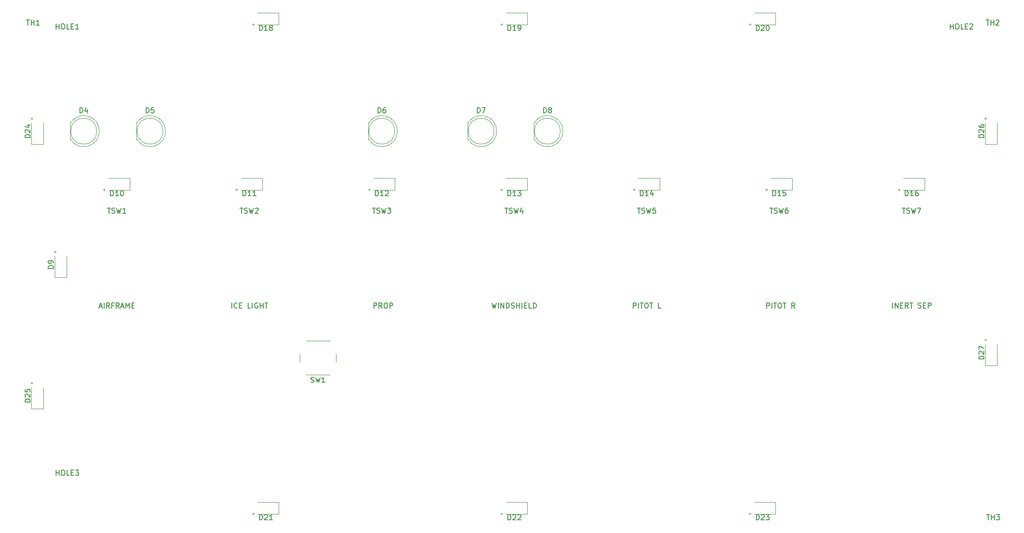
<source format=gto>
G04 #@! TF.GenerationSoftware,KiCad,Pcbnew,(5.1.10)-1*
G04 #@! TF.CreationDate,2021-08-23T07:30:19-07:00*
G04 #@! TF.ProjectId,TBM930 - De-ice panel,54424d39-3330-4202-9d20-44652d696365,rev?*
G04 #@! TF.SameCoordinates,Original*
G04 #@! TF.FileFunction,Legend,Top*
G04 #@! TF.FilePolarity,Positive*
%FSLAX46Y46*%
G04 Gerber Fmt 4.6, Leading zero omitted, Abs format (unit mm)*
G04 Created by KiCad (PCBNEW (5.1.10)-1) date 2021-08-23 07:30:19*
%MOMM*%
%LPD*%
G01*
G04 APERTURE LIST*
%ADD10C,0.150000*%
%ADD11C,0.120000*%
%ADD12C,1.820000*%
%ADD13R,3.500000X3.500000*%
%ADD14C,2.000000*%
%ADD15R,1.700000X1.700000*%
%ADD16O,1.700000X1.700000*%
%ADD17C,3.200000*%
%ADD18C,6.000000*%
%ADD19C,2.400000*%
%ADD20R,1.800000X1.800000*%
%ADD21C,1.800000*%
%ADD22O,1.740000X2.190000*%
%ADD23R,1.600000X1.600000*%
%ADD24O,1.600000X1.600000*%
%ADD25O,1.900000X2.900000*%
%ADD26O,2.900000X1.900000*%
%ADD27C,1.300000*%
%ADD28R,1.300000X1.300000*%
%ADD29R,2.400000X2.400000*%
G04 APERTURE END LIST*
D10*
X207153333Y-101925380D02*
X207153333Y-100925380D01*
X207629523Y-101925380D02*
X207629523Y-100925380D01*
X208200952Y-101925380D01*
X208200952Y-100925380D01*
X208677142Y-101401571D02*
X209010476Y-101401571D01*
X209153333Y-101925380D02*
X208677142Y-101925380D01*
X208677142Y-100925380D01*
X209153333Y-100925380D01*
X210153333Y-101925380D02*
X209820000Y-101449190D01*
X209581904Y-101925380D02*
X209581904Y-100925380D01*
X209962857Y-100925380D01*
X210058095Y-100973000D01*
X210105714Y-101020619D01*
X210153333Y-101115857D01*
X210153333Y-101258714D01*
X210105714Y-101353952D01*
X210058095Y-101401571D01*
X209962857Y-101449190D01*
X209581904Y-101449190D01*
X210439047Y-100925380D02*
X211010476Y-100925380D01*
X210724761Y-101925380D02*
X210724761Y-100925380D01*
X212058095Y-101877761D02*
X212200952Y-101925380D01*
X212439047Y-101925380D01*
X212534285Y-101877761D01*
X212581904Y-101830142D01*
X212629523Y-101734904D01*
X212629523Y-101639666D01*
X212581904Y-101544428D01*
X212534285Y-101496809D01*
X212439047Y-101449190D01*
X212248571Y-101401571D01*
X212153333Y-101353952D01*
X212105714Y-101306333D01*
X212058095Y-101211095D01*
X212058095Y-101115857D01*
X212105714Y-101020619D01*
X212153333Y-100973000D01*
X212248571Y-100925380D01*
X212486666Y-100925380D01*
X212629523Y-100973000D01*
X213058095Y-101401571D02*
X213391428Y-101401571D01*
X213534285Y-101925380D02*
X213058095Y-101925380D01*
X213058095Y-100925380D01*
X213534285Y-100925380D01*
X213962857Y-101925380D02*
X213962857Y-100925380D01*
X214343809Y-100925380D01*
X214439047Y-100973000D01*
X214486666Y-101020619D01*
X214534285Y-101115857D01*
X214534285Y-101258714D01*
X214486666Y-101353952D01*
X214439047Y-101401571D01*
X214343809Y-101449190D01*
X213962857Y-101449190D01*
X183007333Y-101925380D02*
X183007333Y-100925380D01*
X183388285Y-100925380D01*
X183483523Y-100973000D01*
X183531142Y-101020619D01*
X183578761Y-101115857D01*
X183578761Y-101258714D01*
X183531142Y-101353952D01*
X183483523Y-101401571D01*
X183388285Y-101449190D01*
X183007333Y-101449190D01*
X184007333Y-101925380D02*
X184007333Y-100925380D01*
X184340666Y-100925380D02*
X184912095Y-100925380D01*
X184626380Y-101925380D02*
X184626380Y-100925380D01*
X185435904Y-100925380D02*
X185626380Y-100925380D01*
X185721619Y-100973000D01*
X185816857Y-101068238D01*
X185864476Y-101258714D01*
X185864476Y-101592047D01*
X185816857Y-101782523D01*
X185721619Y-101877761D01*
X185626380Y-101925380D01*
X185435904Y-101925380D01*
X185340666Y-101877761D01*
X185245428Y-101782523D01*
X185197809Y-101592047D01*
X185197809Y-101258714D01*
X185245428Y-101068238D01*
X185340666Y-100973000D01*
X185435904Y-100925380D01*
X186150190Y-100925380D02*
X186721619Y-100925380D01*
X186435904Y-101925380D02*
X186435904Y-100925380D01*
X188388285Y-101925380D02*
X188054952Y-101449190D01*
X187816857Y-101925380D02*
X187816857Y-100925380D01*
X188197809Y-100925380D01*
X188293047Y-100973000D01*
X188340666Y-101020619D01*
X188388285Y-101115857D01*
X188388285Y-101258714D01*
X188340666Y-101353952D01*
X188293047Y-101401571D01*
X188197809Y-101449190D01*
X187816857Y-101449190D01*
X157448571Y-101925380D02*
X157448571Y-100925380D01*
X157829523Y-100925380D01*
X157924761Y-100973000D01*
X157972380Y-101020619D01*
X158020000Y-101115857D01*
X158020000Y-101258714D01*
X157972380Y-101353952D01*
X157924761Y-101401571D01*
X157829523Y-101449190D01*
X157448571Y-101449190D01*
X158448571Y-101925380D02*
X158448571Y-100925380D01*
X158781904Y-100925380D02*
X159353333Y-100925380D01*
X159067619Y-101925380D02*
X159067619Y-100925380D01*
X159877142Y-100925380D02*
X160067619Y-100925380D01*
X160162857Y-100973000D01*
X160258095Y-101068238D01*
X160305714Y-101258714D01*
X160305714Y-101592047D01*
X160258095Y-101782523D01*
X160162857Y-101877761D01*
X160067619Y-101925380D01*
X159877142Y-101925380D01*
X159781904Y-101877761D01*
X159686666Y-101782523D01*
X159639047Y-101592047D01*
X159639047Y-101258714D01*
X159686666Y-101068238D01*
X159781904Y-100973000D01*
X159877142Y-100925380D01*
X160591428Y-100925380D02*
X161162857Y-100925380D01*
X160877142Y-101925380D02*
X160877142Y-100925380D01*
X162734285Y-101925380D02*
X162258095Y-101925380D01*
X162258095Y-100925380D01*
X130334285Y-100925380D02*
X130572380Y-101925380D01*
X130762857Y-101211095D01*
X130953333Y-101925380D01*
X131191428Y-100925380D01*
X131572380Y-101925380D02*
X131572380Y-100925380D01*
X132048571Y-101925380D02*
X132048571Y-100925380D01*
X132620000Y-101925380D01*
X132620000Y-100925380D01*
X133096190Y-101925380D02*
X133096190Y-100925380D01*
X133334285Y-100925380D01*
X133477142Y-100973000D01*
X133572380Y-101068238D01*
X133620000Y-101163476D01*
X133667619Y-101353952D01*
X133667619Y-101496809D01*
X133620000Y-101687285D01*
X133572380Y-101782523D01*
X133477142Y-101877761D01*
X133334285Y-101925380D01*
X133096190Y-101925380D01*
X134048571Y-101877761D02*
X134191428Y-101925380D01*
X134429523Y-101925380D01*
X134524761Y-101877761D01*
X134572380Y-101830142D01*
X134620000Y-101734904D01*
X134620000Y-101639666D01*
X134572380Y-101544428D01*
X134524761Y-101496809D01*
X134429523Y-101449190D01*
X134239047Y-101401571D01*
X134143809Y-101353952D01*
X134096190Y-101306333D01*
X134048571Y-101211095D01*
X134048571Y-101115857D01*
X134096190Y-101020619D01*
X134143809Y-100973000D01*
X134239047Y-100925380D01*
X134477142Y-100925380D01*
X134620000Y-100973000D01*
X135048571Y-101925380D02*
X135048571Y-100925380D01*
X135048571Y-101401571D02*
X135620000Y-101401571D01*
X135620000Y-101925380D02*
X135620000Y-100925380D01*
X136096190Y-101925380D02*
X136096190Y-100925380D01*
X136572380Y-101401571D02*
X136905714Y-101401571D01*
X137048571Y-101925380D02*
X136572380Y-101925380D01*
X136572380Y-100925380D01*
X137048571Y-100925380D01*
X137953333Y-101925380D02*
X137477142Y-101925380D01*
X137477142Y-100925380D01*
X138286666Y-101925380D02*
X138286666Y-100925380D01*
X138524761Y-100925380D01*
X138667619Y-100973000D01*
X138762857Y-101068238D01*
X138810476Y-101163476D01*
X138858095Y-101353952D01*
X138858095Y-101496809D01*
X138810476Y-101687285D01*
X138762857Y-101782523D01*
X138667619Y-101877761D01*
X138524761Y-101925380D01*
X138286666Y-101925380D01*
X107688285Y-101925380D02*
X107688285Y-100925380D01*
X108069238Y-100925380D01*
X108164476Y-100973000D01*
X108212095Y-101020619D01*
X108259714Y-101115857D01*
X108259714Y-101258714D01*
X108212095Y-101353952D01*
X108164476Y-101401571D01*
X108069238Y-101449190D01*
X107688285Y-101449190D01*
X109259714Y-101925380D02*
X108926380Y-101449190D01*
X108688285Y-101925380D02*
X108688285Y-100925380D01*
X109069238Y-100925380D01*
X109164476Y-100973000D01*
X109212095Y-101020619D01*
X109259714Y-101115857D01*
X109259714Y-101258714D01*
X109212095Y-101353952D01*
X109164476Y-101401571D01*
X109069238Y-101449190D01*
X108688285Y-101449190D01*
X109878761Y-100925380D02*
X110069238Y-100925380D01*
X110164476Y-100973000D01*
X110259714Y-101068238D01*
X110307333Y-101258714D01*
X110307333Y-101592047D01*
X110259714Y-101782523D01*
X110164476Y-101877761D01*
X110069238Y-101925380D01*
X109878761Y-101925380D01*
X109783523Y-101877761D01*
X109688285Y-101782523D01*
X109640666Y-101592047D01*
X109640666Y-101258714D01*
X109688285Y-101068238D01*
X109783523Y-100973000D01*
X109878761Y-100925380D01*
X110735904Y-101925380D02*
X110735904Y-100925380D01*
X111116857Y-100925380D01*
X111212095Y-100973000D01*
X111259714Y-101020619D01*
X111307333Y-101115857D01*
X111307333Y-101258714D01*
X111259714Y-101353952D01*
X111212095Y-101401571D01*
X111116857Y-101449190D01*
X110735904Y-101449190D01*
X80439047Y-101925380D02*
X80439047Y-100925380D01*
X81486666Y-101830142D02*
X81439047Y-101877761D01*
X81296190Y-101925380D01*
X81200952Y-101925380D01*
X81058095Y-101877761D01*
X80962857Y-101782523D01*
X80915238Y-101687285D01*
X80867619Y-101496809D01*
X80867619Y-101353952D01*
X80915238Y-101163476D01*
X80962857Y-101068238D01*
X81058095Y-100973000D01*
X81200952Y-100925380D01*
X81296190Y-100925380D01*
X81439047Y-100973000D01*
X81486666Y-101020619D01*
X81915238Y-101401571D02*
X82248571Y-101401571D01*
X82391428Y-101925380D02*
X81915238Y-101925380D01*
X81915238Y-100925380D01*
X82391428Y-100925380D01*
X84058095Y-101925380D02*
X83581904Y-101925380D01*
X83581904Y-100925380D01*
X84391428Y-101925380D02*
X84391428Y-100925380D01*
X85391428Y-100973000D02*
X85296190Y-100925380D01*
X85153333Y-100925380D01*
X85010476Y-100973000D01*
X84915238Y-101068238D01*
X84867619Y-101163476D01*
X84820000Y-101353952D01*
X84820000Y-101496809D01*
X84867619Y-101687285D01*
X84915238Y-101782523D01*
X85010476Y-101877761D01*
X85153333Y-101925380D01*
X85248571Y-101925380D01*
X85391428Y-101877761D01*
X85439047Y-101830142D01*
X85439047Y-101496809D01*
X85248571Y-101496809D01*
X85867619Y-101925380D02*
X85867619Y-100925380D01*
X85867619Y-101401571D02*
X86439047Y-101401571D01*
X86439047Y-101925380D02*
X86439047Y-100925380D01*
X86772380Y-100925380D02*
X87343809Y-100925380D01*
X87058095Y-101925380D02*
X87058095Y-100925380D01*
X55062857Y-101639666D02*
X55539047Y-101639666D01*
X54967619Y-101925380D02*
X55300952Y-100925380D01*
X55634285Y-101925380D01*
X55967619Y-101925380D02*
X55967619Y-100925380D01*
X57015238Y-101925380D02*
X56681904Y-101449190D01*
X56443809Y-101925380D02*
X56443809Y-100925380D01*
X56824761Y-100925380D01*
X56920000Y-100973000D01*
X56967619Y-101020619D01*
X57015238Y-101115857D01*
X57015238Y-101258714D01*
X56967619Y-101353952D01*
X56920000Y-101401571D01*
X56824761Y-101449190D01*
X56443809Y-101449190D01*
X57777142Y-101401571D02*
X57443809Y-101401571D01*
X57443809Y-101925380D02*
X57443809Y-100925380D01*
X57920000Y-100925380D01*
X58872380Y-101925380D02*
X58539047Y-101449190D01*
X58300952Y-101925380D02*
X58300952Y-100925380D01*
X58681904Y-100925380D01*
X58777142Y-100973000D01*
X58824761Y-101020619D01*
X58872380Y-101115857D01*
X58872380Y-101258714D01*
X58824761Y-101353952D01*
X58777142Y-101401571D01*
X58681904Y-101449190D01*
X58300952Y-101449190D01*
X59253333Y-101639666D02*
X59729523Y-101639666D01*
X59158095Y-101925380D02*
X59491428Y-100925380D01*
X59824761Y-101925380D01*
X60158095Y-101925380D02*
X60158095Y-100925380D01*
X60491428Y-101639666D01*
X60824761Y-100925380D01*
X60824761Y-101925380D01*
X61300952Y-101401571D02*
X61634285Y-101401571D01*
X61777142Y-101925380D02*
X61300952Y-101925380D01*
X61300952Y-100925380D01*
X61777142Y-100925380D01*
D11*
X99220000Y-108245000D02*
X94720000Y-108245000D01*
X100470000Y-112245000D02*
X100470000Y-110745000D01*
X94720000Y-114745000D02*
X99220000Y-114745000D01*
X93470000Y-110745000D02*
X93470000Y-112245000D01*
X49510000Y-66400000D02*
X49510000Y-69490000D01*
X54570000Y-67945000D02*
G75*
G03*
X54570000Y-67945000I-2500000J0D01*
G01*
X55060000Y-67945462D02*
G75*
G03*
X49510000Y-66400170I-2990000J462D01*
G01*
X55060000Y-67944538D02*
G75*
G02*
X49510000Y-69489830I-2990000J-462D01*
G01*
X67270000Y-67945000D02*
G75*
G03*
X67270000Y-67945000I-2500000J0D01*
G01*
X62210000Y-66400000D02*
X62210000Y-69490000D01*
X67760000Y-67944538D02*
G75*
G02*
X62210000Y-69489830I-2990000J-462D01*
G01*
X67760000Y-67945462D02*
G75*
G03*
X62210000Y-66400170I-2990000J462D01*
G01*
X106660000Y-66400000D02*
X106660000Y-69490000D01*
X111720000Y-67945000D02*
G75*
G03*
X111720000Y-67945000I-2500000J0D01*
G01*
X112210000Y-67945462D02*
G75*
G03*
X106660000Y-66400170I-2990000J462D01*
G01*
X112210000Y-67944538D02*
G75*
G02*
X106660000Y-69489830I-2990000J-462D01*
G01*
X130770000Y-67945000D02*
G75*
G03*
X130770000Y-67945000I-2500000J0D01*
G01*
X125710000Y-66400000D02*
X125710000Y-69490000D01*
X131260000Y-67944538D02*
G75*
G02*
X125710000Y-69489830I-2990000J-462D01*
G01*
X131260000Y-67945462D02*
G75*
G03*
X125710000Y-66400170I-2990000J462D01*
G01*
X138410000Y-66400000D02*
X138410000Y-69490000D01*
X143470000Y-67945000D02*
G75*
G03*
X143470000Y-67945000I-2500000J0D01*
G01*
X143960000Y-67945462D02*
G75*
G03*
X138410000Y-66400170I-2990000J462D01*
G01*
X143960000Y-67944538D02*
G75*
G02*
X138410000Y-69489830I-2990000J-462D01*
G01*
X46490000Y-91962500D02*
X46490000Y-96022500D01*
X46490000Y-96022500D02*
X48760000Y-96022500D01*
X48760000Y-96022500D02*
X48760000Y-91962500D01*
X46525000Y-91312500D02*
X46525000Y-90912500D01*
X46325000Y-91112500D02*
X46725000Y-91112500D01*
X55970000Y-79405000D02*
X55970000Y-79005000D01*
X56170000Y-79205000D02*
X55770000Y-79205000D01*
X60880000Y-76970000D02*
X56820000Y-76970000D01*
X60880000Y-79240000D02*
X60880000Y-76970000D01*
X56820000Y-79240000D02*
X60880000Y-79240000D01*
X82220000Y-79240000D02*
X86280000Y-79240000D01*
X86280000Y-79240000D02*
X86280000Y-76970000D01*
X86280000Y-76970000D02*
X82220000Y-76970000D01*
X81570000Y-79205000D02*
X81170000Y-79205000D01*
X81370000Y-79405000D02*
X81370000Y-79005000D01*
X106770000Y-79405000D02*
X106770000Y-79005000D01*
X106970000Y-79205000D02*
X106570000Y-79205000D01*
X111680000Y-76970000D02*
X107620000Y-76970000D01*
X111680000Y-79240000D02*
X111680000Y-76970000D01*
X107620000Y-79240000D02*
X111680000Y-79240000D01*
X132170000Y-79405000D02*
X132170000Y-79005000D01*
X132370000Y-79205000D02*
X131970000Y-79205000D01*
X137080000Y-76970000D02*
X133020000Y-76970000D01*
X137080000Y-79240000D02*
X137080000Y-76970000D01*
X133020000Y-79240000D02*
X137080000Y-79240000D01*
X158420000Y-79240000D02*
X162480000Y-79240000D01*
X162480000Y-79240000D02*
X162480000Y-76970000D01*
X162480000Y-76970000D02*
X158420000Y-76970000D01*
X157770000Y-79205000D02*
X157370000Y-79205000D01*
X157570000Y-79405000D02*
X157570000Y-79005000D01*
X182970000Y-79405000D02*
X182970000Y-79005000D01*
X183170000Y-79205000D02*
X182770000Y-79205000D01*
X187880000Y-76970000D02*
X183820000Y-76970000D01*
X187880000Y-79240000D02*
X187880000Y-76970000D01*
X183820000Y-79240000D02*
X187880000Y-79240000D01*
X209220000Y-79240000D02*
X213280000Y-79240000D01*
X213280000Y-79240000D02*
X213280000Y-76970000D01*
X213280000Y-76970000D02*
X209220000Y-76970000D01*
X208570000Y-79205000D02*
X208170000Y-79205000D01*
X208370000Y-79405000D02*
X208370000Y-79005000D01*
X85395000Y-47490000D02*
X89455000Y-47490000D01*
X89455000Y-47490000D02*
X89455000Y-45220000D01*
X89455000Y-45220000D02*
X85395000Y-45220000D01*
X84745000Y-47455000D02*
X84345000Y-47455000D01*
X84545000Y-47655000D02*
X84545000Y-47255000D01*
X132170000Y-47655000D02*
X132170000Y-47255000D01*
X132370000Y-47455000D02*
X131970000Y-47455000D01*
X137080000Y-45220000D02*
X133020000Y-45220000D01*
X137080000Y-47490000D02*
X137080000Y-45220000D01*
X133020000Y-47490000D02*
X137080000Y-47490000D01*
X179795000Y-47655000D02*
X179795000Y-47255000D01*
X179995000Y-47455000D02*
X179595000Y-47455000D01*
X184705000Y-45220000D02*
X180645000Y-45220000D01*
X184705000Y-47490000D02*
X184705000Y-45220000D01*
X180645000Y-47490000D02*
X184705000Y-47490000D01*
X85395000Y-141470000D02*
X89455000Y-141470000D01*
X89455000Y-141470000D02*
X89455000Y-139200000D01*
X89455000Y-139200000D02*
X85395000Y-139200000D01*
X84745000Y-141435000D02*
X84345000Y-141435000D01*
X84545000Y-141635000D02*
X84545000Y-141235000D01*
X133020000Y-141470000D02*
X137080000Y-141470000D01*
X137080000Y-141470000D02*
X137080000Y-139200000D01*
X137080000Y-139200000D02*
X133020000Y-139200000D01*
X132370000Y-141435000D02*
X131970000Y-141435000D01*
X132170000Y-141635000D02*
X132170000Y-141235000D01*
X179795000Y-141635000D02*
X179795000Y-141235000D01*
X179995000Y-141435000D02*
X179595000Y-141435000D01*
X184705000Y-139200000D02*
X180645000Y-139200000D01*
X184705000Y-141470000D02*
X184705000Y-139200000D01*
X180645000Y-141470000D02*
X184705000Y-141470000D01*
X42045000Y-66345000D02*
X42045000Y-70405000D01*
X42045000Y-70405000D02*
X44315000Y-70405000D01*
X44315000Y-70405000D02*
X44315000Y-66345000D01*
X42080000Y-65695000D02*
X42080000Y-65295000D01*
X41880000Y-65495000D02*
X42280000Y-65495000D01*
X41880000Y-116295000D02*
X42280000Y-116295000D01*
X42080000Y-116495000D02*
X42080000Y-116095000D01*
X44315000Y-121205000D02*
X44315000Y-117145000D01*
X42045000Y-121205000D02*
X44315000Y-121205000D01*
X42045000Y-117145000D02*
X42045000Y-121205000D01*
X224925000Y-66345000D02*
X224925000Y-70405000D01*
X224925000Y-70405000D02*
X227195000Y-70405000D01*
X227195000Y-70405000D02*
X227195000Y-66345000D01*
X224960000Y-65695000D02*
X224960000Y-65295000D01*
X224760000Y-65495000D02*
X225160000Y-65495000D01*
X224760000Y-108040000D02*
X225160000Y-108040000D01*
X224960000Y-108240000D02*
X224960000Y-107840000D01*
X227195000Y-112950000D02*
X227195000Y-108890000D01*
X224925000Y-112950000D02*
X227195000Y-112950000D01*
X224925000Y-108890000D02*
X224925000Y-112950000D01*
D10*
X225184285Y-141597380D02*
X225755714Y-141597380D01*
X225470000Y-142597380D02*
X225470000Y-141597380D01*
X226089047Y-142597380D02*
X226089047Y-141597380D01*
X226089047Y-142073571D02*
X226660476Y-142073571D01*
X226660476Y-142597380D02*
X226660476Y-141597380D01*
X227041428Y-141597380D02*
X227660476Y-141597380D01*
X227327142Y-141978333D01*
X227470000Y-141978333D01*
X227565238Y-142025952D01*
X227612857Y-142073571D01*
X227660476Y-142168809D01*
X227660476Y-142406904D01*
X227612857Y-142502142D01*
X227565238Y-142549761D01*
X227470000Y-142597380D01*
X227184285Y-142597380D01*
X227089047Y-142549761D01*
X227041428Y-142502142D01*
X225084285Y-46597380D02*
X225655714Y-46597380D01*
X225370000Y-47597380D02*
X225370000Y-46597380D01*
X225989047Y-47597380D02*
X225989047Y-46597380D01*
X225989047Y-47073571D02*
X226560476Y-47073571D01*
X226560476Y-47597380D02*
X226560476Y-46597380D01*
X226989047Y-46692619D02*
X227036666Y-46645000D01*
X227131904Y-46597380D01*
X227370000Y-46597380D01*
X227465238Y-46645000D01*
X227512857Y-46692619D01*
X227560476Y-46787857D01*
X227560476Y-46883095D01*
X227512857Y-47025952D01*
X226941428Y-47597380D01*
X227560476Y-47597380D01*
X41084285Y-46597380D02*
X41655714Y-46597380D01*
X41370000Y-47597380D02*
X41370000Y-46597380D01*
X41989047Y-47597380D02*
X41989047Y-46597380D01*
X41989047Y-47073571D02*
X42560476Y-47073571D01*
X42560476Y-47597380D02*
X42560476Y-46597380D01*
X43560476Y-47597380D02*
X42989047Y-47597380D01*
X43274761Y-47597380D02*
X43274761Y-46597380D01*
X43179523Y-46740238D01*
X43084285Y-46835476D01*
X42989047Y-46883095D01*
X95636666Y-116149761D02*
X95779523Y-116197380D01*
X96017619Y-116197380D01*
X96112857Y-116149761D01*
X96160476Y-116102142D01*
X96208095Y-116006904D01*
X96208095Y-115911666D01*
X96160476Y-115816428D01*
X96112857Y-115768809D01*
X96017619Y-115721190D01*
X95827142Y-115673571D01*
X95731904Y-115625952D01*
X95684285Y-115578333D01*
X95636666Y-115483095D01*
X95636666Y-115387857D01*
X95684285Y-115292619D01*
X95731904Y-115245000D01*
X95827142Y-115197380D01*
X96065238Y-115197380D01*
X96208095Y-115245000D01*
X96541428Y-115197380D02*
X96779523Y-116197380D01*
X96970000Y-115483095D01*
X97160476Y-116197380D01*
X97398571Y-115197380D01*
X98303333Y-116197380D02*
X97731904Y-116197380D01*
X98017619Y-116197380D02*
X98017619Y-115197380D01*
X97922380Y-115340238D01*
X97827142Y-115435476D01*
X97731904Y-115483095D01*
X218202142Y-48322380D02*
X218202142Y-47322380D01*
X218202142Y-47798571D02*
X218773571Y-47798571D01*
X218773571Y-48322380D02*
X218773571Y-47322380D01*
X219440238Y-47322380D02*
X219630714Y-47322380D01*
X219725952Y-47370000D01*
X219821190Y-47465238D01*
X219868809Y-47655714D01*
X219868809Y-47989047D01*
X219821190Y-48179523D01*
X219725952Y-48274761D01*
X219630714Y-48322380D01*
X219440238Y-48322380D01*
X219345000Y-48274761D01*
X219249761Y-48179523D01*
X219202142Y-47989047D01*
X219202142Y-47655714D01*
X219249761Y-47465238D01*
X219345000Y-47370000D01*
X219440238Y-47322380D01*
X220773571Y-48322380D02*
X220297380Y-48322380D01*
X220297380Y-47322380D01*
X221106904Y-47798571D02*
X221440238Y-47798571D01*
X221583095Y-48322380D02*
X221106904Y-48322380D01*
X221106904Y-47322380D01*
X221583095Y-47322380D01*
X221964047Y-47417619D02*
X222011666Y-47370000D01*
X222106904Y-47322380D01*
X222345000Y-47322380D01*
X222440238Y-47370000D01*
X222487857Y-47417619D01*
X222535476Y-47512857D01*
X222535476Y-47608095D01*
X222487857Y-47750952D01*
X221916428Y-48322380D01*
X222535476Y-48322380D01*
X46752142Y-134047380D02*
X46752142Y-133047380D01*
X46752142Y-133523571D02*
X47323571Y-133523571D01*
X47323571Y-134047380D02*
X47323571Y-133047380D01*
X47990238Y-133047380D02*
X48180714Y-133047380D01*
X48275952Y-133095000D01*
X48371190Y-133190238D01*
X48418809Y-133380714D01*
X48418809Y-133714047D01*
X48371190Y-133904523D01*
X48275952Y-133999761D01*
X48180714Y-134047380D01*
X47990238Y-134047380D01*
X47895000Y-133999761D01*
X47799761Y-133904523D01*
X47752142Y-133714047D01*
X47752142Y-133380714D01*
X47799761Y-133190238D01*
X47895000Y-133095000D01*
X47990238Y-133047380D01*
X49323571Y-134047380D02*
X48847380Y-134047380D01*
X48847380Y-133047380D01*
X49656904Y-133523571D02*
X49990238Y-133523571D01*
X50133095Y-134047380D02*
X49656904Y-134047380D01*
X49656904Y-133047380D01*
X50133095Y-133047380D01*
X50466428Y-133047380D02*
X51085476Y-133047380D01*
X50752142Y-133428333D01*
X50895000Y-133428333D01*
X50990238Y-133475952D01*
X51037857Y-133523571D01*
X51085476Y-133618809D01*
X51085476Y-133856904D01*
X51037857Y-133952142D01*
X50990238Y-133999761D01*
X50895000Y-134047380D01*
X50609285Y-134047380D01*
X50514047Y-133999761D01*
X50466428Y-133952142D01*
X46752142Y-48322380D02*
X46752142Y-47322380D01*
X46752142Y-47798571D02*
X47323571Y-47798571D01*
X47323571Y-48322380D02*
X47323571Y-47322380D01*
X47990238Y-47322380D02*
X48180714Y-47322380D01*
X48275952Y-47370000D01*
X48371190Y-47465238D01*
X48418809Y-47655714D01*
X48418809Y-47989047D01*
X48371190Y-48179523D01*
X48275952Y-48274761D01*
X48180714Y-48322380D01*
X47990238Y-48322380D01*
X47895000Y-48274761D01*
X47799761Y-48179523D01*
X47752142Y-47989047D01*
X47752142Y-47655714D01*
X47799761Y-47465238D01*
X47895000Y-47370000D01*
X47990238Y-47322380D01*
X49323571Y-48322380D02*
X48847380Y-48322380D01*
X48847380Y-47322380D01*
X49656904Y-47798571D02*
X49990238Y-47798571D01*
X50133095Y-48322380D02*
X49656904Y-48322380D01*
X49656904Y-47322380D01*
X50133095Y-47322380D01*
X51085476Y-48322380D02*
X50514047Y-48322380D01*
X50799761Y-48322380D02*
X50799761Y-47322380D01*
X50704523Y-47465238D01*
X50609285Y-47560476D01*
X50514047Y-47608095D01*
X209010476Y-82697380D02*
X209581904Y-82697380D01*
X209296190Y-83697380D02*
X209296190Y-82697380D01*
X209867619Y-83649761D02*
X210010476Y-83697380D01*
X210248571Y-83697380D01*
X210343809Y-83649761D01*
X210391428Y-83602142D01*
X210439047Y-83506904D01*
X210439047Y-83411666D01*
X210391428Y-83316428D01*
X210343809Y-83268809D01*
X210248571Y-83221190D01*
X210058095Y-83173571D01*
X209962857Y-83125952D01*
X209915238Y-83078333D01*
X209867619Y-82983095D01*
X209867619Y-82887857D01*
X209915238Y-82792619D01*
X209962857Y-82745000D01*
X210058095Y-82697380D01*
X210296190Y-82697380D01*
X210439047Y-82745000D01*
X210772380Y-82697380D02*
X211010476Y-83697380D01*
X211200952Y-82983095D01*
X211391428Y-83697380D01*
X211629523Y-82697380D01*
X211915238Y-82697380D02*
X212581904Y-82697380D01*
X212153333Y-83697380D01*
X183610476Y-82697380D02*
X184181904Y-82697380D01*
X183896190Y-83697380D02*
X183896190Y-82697380D01*
X184467619Y-83649761D02*
X184610476Y-83697380D01*
X184848571Y-83697380D01*
X184943809Y-83649761D01*
X184991428Y-83602142D01*
X185039047Y-83506904D01*
X185039047Y-83411666D01*
X184991428Y-83316428D01*
X184943809Y-83268809D01*
X184848571Y-83221190D01*
X184658095Y-83173571D01*
X184562857Y-83125952D01*
X184515238Y-83078333D01*
X184467619Y-82983095D01*
X184467619Y-82887857D01*
X184515238Y-82792619D01*
X184562857Y-82745000D01*
X184658095Y-82697380D01*
X184896190Y-82697380D01*
X185039047Y-82745000D01*
X185372380Y-82697380D02*
X185610476Y-83697380D01*
X185800952Y-82983095D01*
X185991428Y-83697380D01*
X186229523Y-82697380D01*
X187039047Y-82697380D02*
X186848571Y-82697380D01*
X186753333Y-82745000D01*
X186705714Y-82792619D01*
X186610476Y-82935476D01*
X186562857Y-83125952D01*
X186562857Y-83506904D01*
X186610476Y-83602142D01*
X186658095Y-83649761D01*
X186753333Y-83697380D01*
X186943809Y-83697380D01*
X187039047Y-83649761D01*
X187086666Y-83602142D01*
X187134285Y-83506904D01*
X187134285Y-83268809D01*
X187086666Y-83173571D01*
X187039047Y-83125952D01*
X186943809Y-83078333D01*
X186753333Y-83078333D01*
X186658095Y-83125952D01*
X186610476Y-83173571D01*
X186562857Y-83268809D01*
X158210476Y-82697380D02*
X158781904Y-82697380D01*
X158496190Y-83697380D02*
X158496190Y-82697380D01*
X159067619Y-83649761D02*
X159210476Y-83697380D01*
X159448571Y-83697380D01*
X159543809Y-83649761D01*
X159591428Y-83602142D01*
X159639047Y-83506904D01*
X159639047Y-83411666D01*
X159591428Y-83316428D01*
X159543809Y-83268809D01*
X159448571Y-83221190D01*
X159258095Y-83173571D01*
X159162857Y-83125952D01*
X159115238Y-83078333D01*
X159067619Y-82983095D01*
X159067619Y-82887857D01*
X159115238Y-82792619D01*
X159162857Y-82745000D01*
X159258095Y-82697380D01*
X159496190Y-82697380D01*
X159639047Y-82745000D01*
X159972380Y-82697380D02*
X160210476Y-83697380D01*
X160400952Y-82983095D01*
X160591428Y-83697380D01*
X160829523Y-82697380D01*
X161686666Y-82697380D02*
X161210476Y-82697380D01*
X161162857Y-83173571D01*
X161210476Y-83125952D01*
X161305714Y-83078333D01*
X161543809Y-83078333D01*
X161639047Y-83125952D01*
X161686666Y-83173571D01*
X161734285Y-83268809D01*
X161734285Y-83506904D01*
X161686666Y-83602142D01*
X161639047Y-83649761D01*
X161543809Y-83697380D01*
X161305714Y-83697380D01*
X161210476Y-83649761D01*
X161162857Y-83602142D01*
X132810476Y-82697380D02*
X133381904Y-82697380D01*
X133096190Y-83697380D02*
X133096190Y-82697380D01*
X133667619Y-83649761D02*
X133810476Y-83697380D01*
X134048571Y-83697380D01*
X134143809Y-83649761D01*
X134191428Y-83602142D01*
X134239047Y-83506904D01*
X134239047Y-83411666D01*
X134191428Y-83316428D01*
X134143809Y-83268809D01*
X134048571Y-83221190D01*
X133858095Y-83173571D01*
X133762857Y-83125952D01*
X133715238Y-83078333D01*
X133667619Y-82983095D01*
X133667619Y-82887857D01*
X133715238Y-82792619D01*
X133762857Y-82745000D01*
X133858095Y-82697380D01*
X134096190Y-82697380D01*
X134239047Y-82745000D01*
X134572380Y-82697380D02*
X134810476Y-83697380D01*
X135000952Y-82983095D01*
X135191428Y-83697380D01*
X135429523Y-82697380D01*
X136239047Y-83030714D02*
X136239047Y-83697380D01*
X136000952Y-82649761D02*
X135762857Y-83364047D01*
X136381904Y-83364047D01*
X107410476Y-82697380D02*
X107981904Y-82697380D01*
X107696190Y-83697380D02*
X107696190Y-82697380D01*
X108267619Y-83649761D02*
X108410476Y-83697380D01*
X108648571Y-83697380D01*
X108743809Y-83649761D01*
X108791428Y-83602142D01*
X108839047Y-83506904D01*
X108839047Y-83411666D01*
X108791428Y-83316428D01*
X108743809Y-83268809D01*
X108648571Y-83221190D01*
X108458095Y-83173571D01*
X108362857Y-83125952D01*
X108315238Y-83078333D01*
X108267619Y-82983095D01*
X108267619Y-82887857D01*
X108315238Y-82792619D01*
X108362857Y-82745000D01*
X108458095Y-82697380D01*
X108696190Y-82697380D01*
X108839047Y-82745000D01*
X109172380Y-82697380D02*
X109410476Y-83697380D01*
X109600952Y-82983095D01*
X109791428Y-83697380D01*
X110029523Y-82697380D01*
X110315238Y-82697380D02*
X110934285Y-82697380D01*
X110600952Y-83078333D01*
X110743809Y-83078333D01*
X110839047Y-83125952D01*
X110886666Y-83173571D01*
X110934285Y-83268809D01*
X110934285Y-83506904D01*
X110886666Y-83602142D01*
X110839047Y-83649761D01*
X110743809Y-83697380D01*
X110458095Y-83697380D01*
X110362857Y-83649761D01*
X110315238Y-83602142D01*
X82010476Y-82697380D02*
X82581904Y-82697380D01*
X82296190Y-83697380D02*
X82296190Y-82697380D01*
X82867619Y-83649761D02*
X83010476Y-83697380D01*
X83248571Y-83697380D01*
X83343809Y-83649761D01*
X83391428Y-83602142D01*
X83439047Y-83506904D01*
X83439047Y-83411666D01*
X83391428Y-83316428D01*
X83343809Y-83268809D01*
X83248571Y-83221190D01*
X83058095Y-83173571D01*
X82962857Y-83125952D01*
X82915238Y-83078333D01*
X82867619Y-82983095D01*
X82867619Y-82887857D01*
X82915238Y-82792619D01*
X82962857Y-82745000D01*
X83058095Y-82697380D01*
X83296190Y-82697380D01*
X83439047Y-82745000D01*
X83772380Y-82697380D02*
X84010476Y-83697380D01*
X84200952Y-82983095D01*
X84391428Y-83697380D01*
X84629523Y-82697380D01*
X84962857Y-82792619D02*
X85010476Y-82745000D01*
X85105714Y-82697380D01*
X85343809Y-82697380D01*
X85439047Y-82745000D01*
X85486666Y-82792619D01*
X85534285Y-82887857D01*
X85534285Y-82983095D01*
X85486666Y-83125952D01*
X84915238Y-83697380D01*
X85534285Y-83697380D01*
X56610476Y-82697380D02*
X57181904Y-82697380D01*
X56896190Y-83697380D02*
X56896190Y-82697380D01*
X57467619Y-83649761D02*
X57610476Y-83697380D01*
X57848571Y-83697380D01*
X57943809Y-83649761D01*
X57991428Y-83602142D01*
X58039047Y-83506904D01*
X58039047Y-83411666D01*
X57991428Y-83316428D01*
X57943809Y-83268809D01*
X57848571Y-83221190D01*
X57658095Y-83173571D01*
X57562857Y-83125952D01*
X57515238Y-83078333D01*
X57467619Y-82983095D01*
X57467619Y-82887857D01*
X57515238Y-82792619D01*
X57562857Y-82745000D01*
X57658095Y-82697380D01*
X57896190Y-82697380D01*
X58039047Y-82745000D01*
X58372380Y-82697380D02*
X58610476Y-83697380D01*
X58800952Y-82983095D01*
X58991428Y-83697380D01*
X59229523Y-82697380D01*
X60134285Y-83697380D02*
X59562857Y-83697380D01*
X59848571Y-83697380D02*
X59848571Y-82697380D01*
X59753333Y-82840238D01*
X59658095Y-82935476D01*
X59562857Y-82983095D01*
X51331904Y-64437380D02*
X51331904Y-63437380D01*
X51570000Y-63437380D01*
X51712857Y-63485000D01*
X51808095Y-63580238D01*
X51855714Y-63675476D01*
X51903333Y-63865952D01*
X51903333Y-64008809D01*
X51855714Y-64199285D01*
X51808095Y-64294523D01*
X51712857Y-64389761D01*
X51570000Y-64437380D01*
X51331904Y-64437380D01*
X52760476Y-63770714D02*
X52760476Y-64437380D01*
X52522380Y-63389761D02*
X52284285Y-64104047D01*
X52903333Y-64104047D01*
X64031904Y-64437380D02*
X64031904Y-63437380D01*
X64270000Y-63437380D01*
X64412857Y-63485000D01*
X64508095Y-63580238D01*
X64555714Y-63675476D01*
X64603333Y-63865952D01*
X64603333Y-64008809D01*
X64555714Y-64199285D01*
X64508095Y-64294523D01*
X64412857Y-64389761D01*
X64270000Y-64437380D01*
X64031904Y-64437380D01*
X65508095Y-63437380D02*
X65031904Y-63437380D01*
X64984285Y-63913571D01*
X65031904Y-63865952D01*
X65127142Y-63818333D01*
X65365238Y-63818333D01*
X65460476Y-63865952D01*
X65508095Y-63913571D01*
X65555714Y-64008809D01*
X65555714Y-64246904D01*
X65508095Y-64342142D01*
X65460476Y-64389761D01*
X65365238Y-64437380D01*
X65127142Y-64437380D01*
X65031904Y-64389761D01*
X64984285Y-64342142D01*
X108481904Y-64437380D02*
X108481904Y-63437380D01*
X108720000Y-63437380D01*
X108862857Y-63485000D01*
X108958095Y-63580238D01*
X109005714Y-63675476D01*
X109053333Y-63865952D01*
X109053333Y-64008809D01*
X109005714Y-64199285D01*
X108958095Y-64294523D01*
X108862857Y-64389761D01*
X108720000Y-64437380D01*
X108481904Y-64437380D01*
X109910476Y-63437380D02*
X109720000Y-63437380D01*
X109624761Y-63485000D01*
X109577142Y-63532619D01*
X109481904Y-63675476D01*
X109434285Y-63865952D01*
X109434285Y-64246904D01*
X109481904Y-64342142D01*
X109529523Y-64389761D01*
X109624761Y-64437380D01*
X109815238Y-64437380D01*
X109910476Y-64389761D01*
X109958095Y-64342142D01*
X110005714Y-64246904D01*
X110005714Y-64008809D01*
X109958095Y-63913571D01*
X109910476Y-63865952D01*
X109815238Y-63818333D01*
X109624761Y-63818333D01*
X109529523Y-63865952D01*
X109481904Y-63913571D01*
X109434285Y-64008809D01*
X127531904Y-64437380D02*
X127531904Y-63437380D01*
X127770000Y-63437380D01*
X127912857Y-63485000D01*
X128008095Y-63580238D01*
X128055714Y-63675476D01*
X128103333Y-63865952D01*
X128103333Y-64008809D01*
X128055714Y-64199285D01*
X128008095Y-64294523D01*
X127912857Y-64389761D01*
X127770000Y-64437380D01*
X127531904Y-64437380D01*
X128436666Y-63437380D02*
X129103333Y-63437380D01*
X128674761Y-64437380D01*
X140231904Y-64437380D02*
X140231904Y-63437380D01*
X140470000Y-63437380D01*
X140612857Y-63485000D01*
X140708095Y-63580238D01*
X140755714Y-63675476D01*
X140803333Y-63865952D01*
X140803333Y-64008809D01*
X140755714Y-64199285D01*
X140708095Y-64294523D01*
X140612857Y-64389761D01*
X140470000Y-64437380D01*
X140231904Y-64437380D01*
X141374761Y-63865952D02*
X141279523Y-63818333D01*
X141231904Y-63770714D01*
X141184285Y-63675476D01*
X141184285Y-63627857D01*
X141231904Y-63532619D01*
X141279523Y-63485000D01*
X141374761Y-63437380D01*
X141565238Y-63437380D01*
X141660476Y-63485000D01*
X141708095Y-63532619D01*
X141755714Y-63627857D01*
X141755714Y-63675476D01*
X141708095Y-63770714D01*
X141660476Y-63818333D01*
X141565238Y-63865952D01*
X141374761Y-63865952D01*
X141279523Y-63913571D01*
X141231904Y-63961190D01*
X141184285Y-64056428D01*
X141184285Y-64246904D01*
X141231904Y-64342142D01*
X141279523Y-64389761D01*
X141374761Y-64437380D01*
X141565238Y-64437380D01*
X141660476Y-64389761D01*
X141708095Y-64342142D01*
X141755714Y-64246904D01*
X141755714Y-64056428D01*
X141708095Y-63961190D01*
X141660476Y-63913571D01*
X141565238Y-63865952D01*
X46257380Y-94300595D02*
X45257380Y-94300595D01*
X45257380Y-94062500D01*
X45305000Y-93919642D01*
X45400238Y-93824404D01*
X45495476Y-93776785D01*
X45685952Y-93729166D01*
X45828809Y-93729166D01*
X46019285Y-93776785D01*
X46114523Y-93824404D01*
X46209761Y-93919642D01*
X46257380Y-94062500D01*
X46257380Y-94300595D01*
X46257380Y-93252976D02*
X46257380Y-93062500D01*
X46209761Y-92967261D01*
X46162142Y-92919642D01*
X46019285Y-92824404D01*
X45828809Y-92776785D01*
X45447857Y-92776785D01*
X45352619Y-92824404D01*
X45305000Y-92872023D01*
X45257380Y-92967261D01*
X45257380Y-93157738D01*
X45305000Y-93252976D01*
X45352619Y-93300595D01*
X45447857Y-93348214D01*
X45685952Y-93348214D01*
X45781190Y-93300595D01*
X45828809Y-93252976D01*
X45876428Y-93157738D01*
X45876428Y-92967261D01*
X45828809Y-92872023D01*
X45781190Y-92824404D01*
X45685952Y-92776785D01*
X57205714Y-80377380D02*
X57205714Y-79377380D01*
X57443809Y-79377380D01*
X57586666Y-79425000D01*
X57681904Y-79520238D01*
X57729523Y-79615476D01*
X57777142Y-79805952D01*
X57777142Y-79948809D01*
X57729523Y-80139285D01*
X57681904Y-80234523D01*
X57586666Y-80329761D01*
X57443809Y-80377380D01*
X57205714Y-80377380D01*
X58729523Y-80377380D02*
X58158095Y-80377380D01*
X58443809Y-80377380D02*
X58443809Y-79377380D01*
X58348571Y-79520238D01*
X58253333Y-79615476D01*
X58158095Y-79663095D01*
X59348571Y-79377380D02*
X59443809Y-79377380D01*
X59539047Y-79425000D01*
X59586666Y-79472619D01*
X59634285Y-79567857D01*
X59681904Y-79758333D01*
X59681904Y-79996428D01*
X59634285Y-80186904D01*
X59586666Y-80282142D01*
X59539047Y-80329761D01*
X59443809Y-80377380D01*
X59348571Y-80377380D01*
X59253333Y-80329761D01*
X59205714Y-80282142D01*
X59158095Y-80186904D01*
X59110476Y-79996428D01*
X59110476Y-79758333D01*
X59158095Y-79567857D01*
X59205714Y-79472619D01*
X59253333Y-79425000D01*
X59348571Y-79377380D01*
X82605714Y-80377380D02*
X82605714Y-79377380D01*
X82843809Y-79377380D01*
X82986666Y-79425000D01*
X83081904Y-79520238D01*
X83129523Y-79615476D01*
X83177142Y-79805952D01*
X83177142Y-79948809D01*
X83129523Y-80139285D01*
X83081904Y-80234523D01*
X82986666Y-80329761D01*
X82843809Y-80377380D01*
X82605714Y-80377380D01*
X84129523Y-80377380D02*
X83558095Y-80377380D01*
X83843809Y-80377380D02*
X83843809Y-79377380D01*
X83748571Y-79520238D01*
X83653333Y-79615476D01*
X83558095Y-79663095D01*
X85081904Y-80377380D02*
X84510476Y-80377380D01*
X84796190Y-80377380D02*
X84796190Y-79377380D01*
X84700952Y-79520238D01*
X84605714Y-79615476D01*
X84510476Y-79663095D01*
X108005714Y-80377380D02*
X108005714Y-79377380D01*
X108243809Y-79377380D01*
X108386666Y-79425000D01*
X108481904Y-79520238D01*
X108529523Y-79615476D01*
X108577142Y-79805952D01*
X108577142Y-79948809D01*
X108529523Y-80139285D01*
X108481904Y-80234523D01*
X108386666Y-80329761D01*
X108243809Y-80377380D01*
X108005714Y-80377380D01*
X109529523Y-80377380D02*
X108958095Y-80377380D01*
X109243809Y-80377380D02*
X109243809Y-79377380D01*
X109148571Y-79520238D01*
X109053333Y-79615476D01*
X108958095Y-79663095D01*
X109910476Y-79472619D02*
X109958095Y-79425000D01*
X110053333Y-79377380D01*
X110291428Y-79377380D01*
X110386666Y-79425000D01*
X110434285Y-79472619D01*
X110481904Y-79567857D01*
X110481904Y-79663095D01*
X110434285Y-79805952D01*
X109862857Y-80377380D01*
X110481904Y-80377380D01*
X133405714Y-80377380D02*
X133405714Y-79377380D01*
X133643809Y-79377380D01*
X133786666Y-79425000D01*
X133881904Y-79520238D01*
X133929523Y-79615476D01*
X133977142Y-79805952D01*
X133977142Y-79948809D01*
X133929523Y-80139285D01*
X133881904Y-80234523D01*
X133786666Y-80329761D01*
X133643809Y-80377380D01*
X133405714Y-80377380D01*
X134929523Y-80377380D02*
X134358095Y-80377380D01*
X134643809Y-80377380D02*
X134643809Y-79377380D01*
X134548571Y-79520238D01*
X134453333Y-79615476D01*
X134358095Y-79663095D01*
X135262857Y-79377380D02*
X135881904Y-79377380D01*
X135548571Y-79758333D01*
X135691428Y-79758333D01*
X135786666Y-79805952D01*
X135834285Y-79853571D01*
X135881904Y-79948809D01*
X135881904Y-80186904D01*
X135834285Y-80282142D01*
X135786666Y-80329761D01*
X135691428Y-80377380D01*
X135405714Y-80377380D01*
X135310476Y-80329761D01*
X135262857Y-80282142D01*
X158805714Y-80377380D02*
X158805714Y-79377380D01*
X159043809Y-79377380D01*
X159186666Y-79425000D01*
X159281904Y-79520238D01*
X159329523Y-79615476D01*
X159377142Y-79805952D01*
X159377142Y-79948809D01*
X159329523Y-80139285D01*
X159281904Y-80234523D01*
X159186666Y-80329761D01*
X159043809Y-80377380D01*
X158805714Y-80377380D01*
X160329523Y-80377380D02*
X159758095Y-80377380D01*
X160043809Y-80377380D02*
X160043809Y-79377380D01*
X159948571Y-79520238D01*
X159853333Y-79615476D01*
X159758095Y-79663095D01*
X161186666Y-79710714D02*
X161186666Y-80377380D01*
X160948571Y-79329761D02*
X160710476Y-80044047D01*
X161329523Y-80044047D01*
X184205714Y-80377380D02*
X184205714Y-79377380D01*
X184443809Y-79377380D01*
X184586666Y-79425000D01*
X184681904Y-79520238D01*
X184729523Y-79615476D01*
X184777142Y-79805952D01*
X184777142Y-79948809D01*
X184729523Y-80139285D01*
X184681904Y-80234523D01*
X184586666Y-80329761D01*
X184443809Y-80377380D01*
X184205714Y-80377380D01*
X185729523Y-80377380D02*
X185158095Y-80377380D01*
X185443809Y-80377380D02*
X185443809Y-79377380D01*
X185348571Y-79520238D01*
X185253333Y-79615476D01*
X185158095Y-79663095D01*
X186634285Y-79377380D02*
X186158095Y-79377380D01*
X186110476Y-79853571D01*
X186158095Y-79805952D01*
X186253333Y-79758333D01*
X186491428Y-79758333D01*
X186586666Y-79805952D01*
X186634285Y-79853571D01*
X186681904Y-79948809D01*
X186681904Y-80186904D01*
X186634285Y-80282142D01*
X186586666Y-80329761D01*
X186491428Y-80377380D01*
X186253333Y-80377380D01*
X186158095Y-80329761D01*
X186110476Y-80282142D01*
X209605714Y-80377380D02*
X209605714Y-79377380D01*
X209843809Y-79377380D01*
X209986666Y-79425000D01*
X210081904Y-79520238D01*
X210129523Y-79615476D01*
X210177142Y-79805952D01*
X210177142Y-79948809D01*
X210129523Y-80139285D01*
X210081904Y-80234523D01*
X209986666Y-80329761D01*
X209843809Y-80377380D01*
X209605714Y-80377380D01*
X211129523Y-80377380D02*
X210558095Y-80377380D01*
X210843809Y-80377380D02*
X210843809Y-79377380D01*
X210748571Y-79520238D01*
X210653333Y-79615476D01*
X210558095Y-79663095D01*
X211986666Y-79377380D02*
X211796190Y-79377380D01*
X211700952Y-79425000D01*
X211653333Y-79472619D01*
X211558095Y-79615476D01*
X211510476Y-79805952D01*
X211510476Y-80186904D01*
X211558095Y-80282142D01*
X211605714Y-80329761D01*
X211700952Y-80377380D01*
X211891428Y-80377380D01*
X211986666Y-80329761D01*
X212034285Y-80282142D01*
X212081904Y-80186904D01*
X212081904Y-79948809D01*
X212034285Y-79853571D01*
X211986666Y-79805952D01*
X211891428Y-79758333D01*
X211700952Y-79758333D01*
X211605714Y-79805952D01*
X211558095Y-79853571D01*
X211510476Y-79948809D01*
X85780714Y-48627380D02*
X85780714Y-47627380D01*
X86018809Y-47627380D01*
X86161666Y-47675000D01*
X86256904Y-47770238D01*
X86304523Y-47865476D01*
X86352142Y-48055952D01*
X86352142Y-48198809D01*
X86304523Y-48389285D01*
X86256904Y-48484523D01*
X86161666Y-48579761D01*
X86018809Y-48627380D01*
X85780714Y-48627380D01*
X87304523Y-48627380D02*
X86733095Y-48627380D01*
X87018809Y-48627380D02*
X87018809Y-47627380D01*
X86923571Y-47770238D01*
X86828333Y-47865476D01*
X86733095Y-47913095D01*
X87875952Y-48055952D02*
X87780714Y-48008333D01*
X87733095Y-47960714D01*
X87685476Y-47865476D01*
X87685476Y-47817857D01*
X87733095Y-47722619D01*
X87780714Y-47675000D01*
X87875952Y-47627380D01*
X88066428Y-47627380D01*
X88161666Y-47675000D01*
X88209285Y-47722619D01*
X88256904Y-47817857D01*
X88256904Y-47865476D01*
X88209285Y-47960714D01*
X88161666Y-48008333D01*
X88066428Y-48055952D01*
X87875952Y-48055952D01*
X87780714Y-48103571D01*
X87733095Y-48151190D01*
X87685476Y-48246428D01*
X87685476Y-48436904D01*
X87733095Y-48532142D01*
X87780714Y-48579761D01*
X87875952Y-48627380D01*
X88066428Y-48627380D01*
X88161666Y-48579761D01*
X88209285Y-48532142D01*
X88256904Y-48436904D01*
X88256904Y-48246428D01*
X88209285Y-48151190D01*
X88161666Y-48103571D01*
X88066428Y-48055952D01*
X133405714Y-48627380D02*
X133405714Y-47627380D01*
X133643809Y-47627380D01*
X133786666Y-47675000D01*
X133881904Y-47770238D01*
X133929523Y-47865476D01*
X133977142Y-48055952D01*
X133977142Y-48198809D01*
X133929523Y-48389285D01*
X133881904Y-48484523D01*
X133786666Y-48579761D01*
X133643809Y-48627380D01*
X133405714Y-48627380D01*
X134929523Y-48627380D02*
X134358095Y-48627380D01*
X134643809Y-48627380D02*
X134643809Y-47627380D01*
X134548571Y-47770238D01*
X134453333Y-47865476D01*
X134358095Y-47913095D01*
X135405714Y-48627380D02*
X135596190Y-48627380D01*
X135691428Y-48579761D01*
X135739047Y-48532142D01*
X135834285Y-48389285D01*
X135881904Y-48198809D01*
X135881904Y-47817857D01*
X135834285Y-47722619D01*
X135786666Y-47675000D01*
X135691428Y-47627380D01*
X135500952Y-47627380D01*
X135405714Y-47675000D01*
X135358095Y-47722619D01*
X135310476Y-47817857D01*
X135310476Y-48055952D01*
X135358095Y-48151190D01*
X135405714Y-48198809D01*
X135500952Y-48246428D01*
X135691428Y-48246428D01*
X135786666Y-48198809D01*
X135834285Y-48151190D01*
X135881904Y-48055952D01*
X181030714Y-48627380D02*
X181030714Y-47627380D01*
X181268809Y-47627380D01*
X181411666Y-47675000D01*
X181506904Y-47770238D01*
X181554523Y-47865476D01*
X181602142Y-48055952D01*
X181602142Y-48198809D01*
X181554523Y-48389285D01*
X181506904Y-48484523D01*
X181411666Y-48579761D01*
X181268809Y-48627380D01*
X181030714Y-48627380D01*
X181983095Y-47722619D02*
X182030714Y-47675000D01*
X182125952Y-47627380D01*
X182364047Y-47627380D01*
X182459285Y-47675000D01*
X182506904Y-47722619D01*
X182554523Y-47817857D01*
X182554523Y-47913095D01*
X182506904Y-48055952D01*
X181935476Y-48627380D01*
X182554523Y-48627380D01*
X183173571Y-47627380D02*
X183268809Y-47627380D01*
X183364047Y-47675000D01*
X183411666Y-47722619D01*
X183459285Y-47817857D01*
X183506904Y-48008333D01*
X183506904Y-48246428D01*
X183459285Y-48436904D01*
X183411666Y-48532142D01*
X183364047Y-48579761D01*
X183268809Y-48627380D01*
X183173571Y-48627380D01*
X183078333Y-48579761D01*
X183030714Y-48532142D01*
X182983095Y-48436904D01*
X182935476Y-48246428D01*
X182935476Y-48008333D01*
X182983095Y-47817857D01*
X183030714Y-47722619D01*
X183078333Y-47675000D01*
X183173571Y-47627380D01*
X85780714Y-142607380D02*
X85780714Y-141607380D01*
X86018809Y-141607380D01*
X86161666Y-141655000D01*
X86256904Y-141750238D01*
X86304523Y-141845476D01*
X86352142Y-142035952D01*
X86352142Y-142178809D01*
X86304523Y-142369285D01*
X86256904Y-142464523D01*
X86161666Y-142559761D01*
X86018809Y-142607380D01*
X85780714Y-142607380D01*
X86733095Y-141702619D02*
X86780714Y-141655000D01*
X86875952Y-141607380D01*
X87114047Y-141607380D01*
X87209285Y-141655000D01*
X87256904Y-141702619D01*
X87304523Y-141797857D01*
X87304523Y-141893095D01*
X87256904Y-142035952D01*
X86685476Y-142607380D01*
X87304523Y-142607380D01*
X88256904Y-142607380D02*
X87685476Y-142607380D01*
X87971190Y-142607380D02*
X87971190Y-141607380D01*
X87875952Y-141750238D01*
X87780714Y-141845476D01*
X87685476Y-141893095D01*
X133405714Y-142607380D02*
X133405714Y-141607380D01*
X133643809Y-141607380D01*
X133786666Y-141655000D01*
X133881904Y-141750238D01*
X133929523Y-141845476D01*
X133977142Y-142035952D01*
X133977142Y-142178809D01*
X133929523Y-142369285D01*
X133881904Y-142464523D01*
X133786666Y-142559761D01*
X133643809Y-142607380D01*
X133405714Y-142607380D01*
X134358095Y-141702619D02*
X134405714Y-141655000D01*
X134500952Y-141607380D01*
X134739047Y-141607380D01*
X134834285Y-141655000D01*
X134881904Y-141702619D01*
X134929523Y-141797857D01*
X134929523Y-141893095D01*
X134881904Y-142035952D01*
X134310476Y-142607380D01*
X134929523Y-142607380D01*
X135310476Y-141702619D02*
X135358095Y-141655000D01*
X135453333Y-141607380D01*
X135691428Y-141607380D01*
X135786666Y-141655000D01*
X135834285Y-141702619D01*
X135881904Y-141797857D01*
X135881904Y-141893095D01*
X135834285Y-142035952D01*
X135262857Y-142607380D01*
X135881904Y-142607380D01*
X181030714Y-142607380D02*
X181030714Y-141607380D01*
X181268809Y-141607380D01*
X181411666Y-141655000D01*
X181506904Y-141750238D01*
X181554523Y-141845476D01*
X181602142Y-142035952D01*
X181602142Y-142178809D01*
X181554523Y-142369285D01*
X181506904Y-142464523D01*
X181411666Y-142559761D01*
X181268809Y-142607380D01*
X181030714Y-142607380D01*
X181983095Y-141702619D02*
X182030714Y-141655000D01*
X182125952Y-141607380D01*
X182364047Y-141607380D01*
X182459285Y-141655000D01*
X182506904Y-141702619D01*
X182554523Y-141797857D01*
X182554523Y-141893095D01*
X182506904Y-142035952D01*
X181935476Y-142607380D01*
X182554523Y-142607380D01*
X182887857Y-141607380D02*
X183506904Y-141607380D01*
X183173571Y-141988333D01*
X183316428Y-141988333D01*
X183411666Y-142035952D01*
X183459285Y-142083571D01*
X183506904Y-142178809D01*
X183506904Y-142416904D01*
X183459285Y-142512142D01*
X183411666Y-142559761D01*
X183316428Y-142607380D01*
X183030714Y-142607380D01*
X182935476Y-142559761D01*
X182887857Y-142512142D01*
X41812380Y-69159285D02*
X40812380Y-69159285D01*
X40812380Y-68921190D01*
X40860000Y-68778333D01*
X40955238Y-68683095D01*
X41050476Y-68635476D01*
X41240952Y-68587857D01*
X41383809Y-68587857D01*
X41574285Y-68635476D01*
X41669523Y-68683095D01*
X41764761Y-68778333D01*
X41812380Y-68921190D01*
X41812380Y-69159285D01*
X40907619Y-68206904D02*
X40860000Y-68159285D01*
X40812380Y-68064047D01*
X40812380Y-67825952D01*
X40860000Y-67730714D01*
X40907619Y-67683095D01*
X41002857Y-67635476D01*
X41098095Y-67635476D01*
X41240952Y-67683095D01*
X41812380Y-68254523D01*
X41812380Y-67635476D01*
X41145714Y-66778333D02*
X41812380Y-66778333D01*
X40764761Y-67016428D02*
X41479047Y-67254523D01*
X41479047Y-66635476D01*
X41812380Y-119959285D02*
X40812380Y-119959285D01*
X40812380Y-119721190D01*
X40860000Y-119578333D01*
X40955238Y-119483095D01*
X41050476Y-119435476D01*
X41240952Y-119387857D01*
X41383809Y-119387857D01*
X41574285Y-119435476D01*
X41669523Y-119483095D01*
X41764761Y-119578333D01*
X41812380Y-119721190D01*
X41812380Y-119959285D01*
X40907619Y-119006904D02*
X40860000Y-118959285D01*
X40812380Y-118864047D01*
X40812380Y-118625952D01*
X40860000Y-118530714D01*
X40907619Y-118483095D01*
X41002857Y-118435476D01*
X41098095Y-118435476D01*
X41240952Y-118483095D01*
X41812380Y-119054523D01*
X41812380Y-118435476D01*
X40812380Y-117530714D02*
X40812380Y-118006904D01*
X41288571Y-118054523D01*
X41240952Y-118006904D01*
X41193333Y-117911666D01*
X41193333Y-117673571D01*
X41240952Y-117578333D01*
X41288571Y-117530714D01*
X41383809Y-117483095D01*
X41621904Y-117483095D01*
X41717142Y-117530714D01*
X41764761Y-117578333D01*
X41812380Y-117673571D01*
X41812380Y-117911666D01*
X41764761Y-118006904D01*
X41717142Y-118054523D01*
X224692380Y-69159285D02*
X223692380Y-69159285D01*
X223692380Y-68921190D01*
X223740000Y-68778333D01*
X223835238Y-68683095D01*
X223930476Y-68635476D01*
X224120952Y-68587857D01*
X224263809Y-68587857D01*
X224454285Y-68635476D01*
X224549523Y-68683095D01*
X224644761Y-68778333D01*
X224692380Y-68921190D01*
X224692380Y-69159285D01*
X223787619Y-68206904D02*
X223740000Y-68159285D01*
X223692380Y-68064047D01*
X223692380Y-67825952D01*
X223740000Y-67730714D01*
X223787619Y-67683095D01*
X223882857Y-67635476D01*
X223978095Y-67635476D01*
X224120952Y-67683095D01*
X224692380Y-68254523D01*
X224692380Y-67635476D01*
X223692380Y-66778333D02*
X223692380Y-66968809D01*
X223740000Y-67064047D01*
X223787619Y-67111666D01*
X223930476Y-67206904D01*
X224120952Y-67254523D01*
X224501904Y-67254523D01*
X224597142Y-67206904D01*
X224644761Y-67159285D01*
X224692380Y-67064047D01*
X224692380Y-66873571D01*
X224644761Y-66778333D01*
X224597142Y-66730714D01*
X224501904Y-66683095D01*
X224263809Y-66683095D01*
X224168571Y-66730714D01*
X224120952Y-66778333D01*
X224073333Y-66873571D01*
X224073333Y-67064047D01*
X224120952Y-67159285D01*
X224168571Y-67206904D01*
X224263809Y-67254523D01*
X224692380Y-111704285D02*
X223692380Y-111704285D01*
X223692380Y-111466190D01*
X223740000Y-111323333D01*
X223835238Y-111228095D01*
X223930476Y-111180476D01*
X224120952Y-111132857D01*
X224263809Y-111132857D01*
X224454285Y-111180476D01*
X224549523Y-111228095D01*
X224644761Y-111323333D01*
X224692380Y-111466190D01*
X224692380Y-111704285D01*
X223787619Y-110751904D02*
X223740000Y-110704285D01*
X223692380Y-110609047D01*
X223692380Y-110370952D01*
X223740000Y-110275714D01*
X223787619Y-110228095D01*
X223882857Y-110180476D01*
X223978095Y-110180476D01*
X224120952Y-110228095D01*
X224692380Y-110799523D01*
X224692380Y-110180476D01*
X223692380Y-109847142D02*
X223692380Y-109180476D01*
X224692380Y-109609047D01*
%LPC*%
D12*
X226470000Y-140445000D03*
X226370000Y-45445000D03*
X42370000Y-45445000D03*
G36*
G01*
X81077000Y-58562000D02*
X81077000Y-60312000D01*
G75*
G02*
X80202000Y-61187000I-875000J0D01*
G01*
X78452000Y-61187000D01*
G75*
G02*
X77577000Y-60312000I0J875000D01*
G01*
X77577000Y-58562000D01*
G75*
G02*
X78452000Y-57687000I875000J0D01*
G01*
X80202000Y-57687000D01*
G75*
G02*
X81077000Y-58562000I0J-875000D01*
G01*
G37*
G36*
G01*
X83827000Y-53737000D02*
X83827000Y-55737000D01*
G75*
G02*
X83077000Y-56487000I-750000J0D01*
G01*
X81577000Y-56487000D01*
G75*
G02*
X80827000Y-55737000I0J750000D01*
G01*
X80827000Y-53737000D01*
G75*
G02*
X81577000Y-52987000I750000J0D01*
G01*
X83077000Y-52987000D01*
G75*
G02*
X83827000Y-53737000I0J-750000D01*
G01*
G37*
D13*
X76327000Y-54737000D03*
D14*
X172720000Y-136072000D03*
X172720000Y-131572000D03*
X166220000Y-136072000D03*
X166220000Y-131572000D03*
D15*
X185070000Y-135095000D03*
D16*
X185070000Y-132555000D03*
X182530000Y-135095000D03*
X182530000Y-132555000D03*
X179990000Y-135095000D03*
X179990000Y-132555000D03*
D14*
X93720000Y-113745000D03*
X93720000Y-109245000D03*
X100220000Y-113745000D03*
X100220000Y-109245000D03*
D17*
X220345000Y-137795000D03*
X220345000Y-52070000D03*
X48895000Y-137795000D03*
X48895000Y-52070000D03*
D18*
X210820000Y-93345000D03*
D19*
X210820000Y-86945000D03*
D18*
X185420000Y-93345000D03*
D19*
X185420000Y-86945000D03*
D18*
X160020000Y-93345000D03*
D19*
X160020000Y-86945000D03*
D18*
X134620000Y-93345000D03*
D19*
X134620000Y-86945000D03*
D18*
X109220000Y-93345000D03*
D19*
X109220000Y-86945000D03*
D18*
X83820000Y-93345000D03*
D19*
X83820000Y-86945000D03*
D18*
X58420000Y-93345000D03*
D19*
X58420000Y-86945000D03*
D20*
X50800000Y-67945000D03*
D21*
X53340000Y-67945000D03*
X66040000Y-67945000D03*
D20*
X63500000Y-67945000D03*
X107950000Y-67945000D03*
D21*
X110490000Y-67945000D03*
X129540000Y-67945000D03*
D20*
X127000000Y-67945000D03*
X139700000Y-67945000D03*
D21*
X142240000Y-67945000D03*
G36*
G01*
X60560000Y-107104999D02*
X60560000Y-108795001D01*
G75*
G02*
X60310001Y-109045000I-249999J0D01*
G01*
X59069999Y-109045000D01*
G75*
G02*
X58820000Y-108795001I0J249999D01*
G01*
X58820000Y-107104999D01*
G75*
G02*
X59069999Y-106855000I249999J0D01*
G01*
X60310001Y-106855000D01*
G75*
G02*
X60560000Y-107104999I0J-249999D01*
G01*
G37*
D22*
X57150000Y-107950000D03*
X82550000Y-107950000D03*
G36*
G01*
X85960000Y-107104999D02*
X85960000Y-108795001D01*
G75*
G02*
X85710001Y-109045000I-249999J0D01*
G01*
X84469999Y-109045000D01*
G75*
G02*
X84220000Y-108795001I0J249999D01*
G01*
X84220000Y-107104999D01*
G75*
G02*
X84469999Y-106855000I249999J0D01*
G01*
X85710001Y-106855000D01*
G75*
G02*
X85960000Y-107104999I0J-249999D01*
G01*
G37*
G36*
G01*
X111360000Y-107104999D02*
X111360000Y-108795001D01*
G75*
G02*
X111110001Y-109045000I-249999J0D01*
G01*
X109869999Y-109045000D01*
G75*
G02*
X109620000Y-108795001I0J249999D01*
G01*
X109620000Y-107104999D01*
G75*
G02*
X109869999Y-106855000I249999J0D01*
G01*
X111110001Y-106855000D01*
G75*
G02*
X111360000Y-107104999I0J-249999D01*
G01*
G37*
X107950000Y-107950000D03*
X133350000Y-107950000D03*
G36*
G01*
X136760000Y-107104999D02*
X136760000Y-108795001D01*
G75*
G02*
X136510001Y-109045000I-249999J0D01*
G01*
X135269999Y-109045000D01*
G75*
G02*
X135020000Y-108795001I0J249999D01*
G01*
X135020000Y-107104999D01*
G75*
G02*
X135269999Y-106855000I249999J0D01*
G01*
X136510001Y-106855000D01*
G75*
G02*
X136760000Y-107104999I0J-249999D01*
G01*
G37*
G36*
G01*
X162160000Y-107104999D02*
X162160000Y-108795001D01*
G75*
G02*
X161910001Y-109045000I-249999J0D01*
G01*
X160669999Y-109045000D01*
G75*
G02*
X160420000Y-108795001I0J249999D01*
G01*
X160420000Y-107104999D01*
G75*
G02*
X160669999Y-106855000I249999J0D01*
G01*
X161910001Y-106855000D01*
G75*
G02*
X162160000Y-107104999I0J-249999D01*
G01*
G37*
X158750000Y-107950000D03*
X184150000Y-107950000D03*
G36*
G01*
X187560000Y-107104999D02*
X187560000Y-108795001D01*
G75*
G02*
X187310001Y-109045000I-249999J0D01*
G01*
X186069999Y-109045000D01*
G75*
G02*
X185820000Y-108795001I0J249999D01*
G01*
X185820000Y-107104999D01*
G75*
G02*
X186069999Y-106855000I249999J0D01*
G01*
X187310001Y-106855000D01*
G75*
G02*
X187560000Y-107104999I0J-249999D01*
G01*
G37*
G36*
G01*
X212960000Y-107104999D02*
X212960000Y-108795001D01*
G75*
G02*
X212710001Y-109045000I-249999J0D01*
G01*
X211469999Y-109045000D01*
G75*
G02*
X211220000Y-108795001I0J249999D01*
G01*
X211220000Y-107104999D01*
G75*
G02*
X211469999Y-106855000I249999J0D01*
G01*
X212710001Y-106855000D01*
G75*
G02*
X212960000Y-107104999I0J-249999D01*
G01*
G37*
X209550000Y-107950000D03*
D23*
X178500000Y-71267000D03*
D24*
X160720000Y-63647000D03*
X175960000Y-71267000D03*
X163260000Y-63647000D03*
X173420000Y-71267000D03*
X165800000Y-63647000D03*
X170880000Y-71267000D03*
X168340000Y-63647000D03*
X168340000Y-71267000D03*
X170880000Y-63647000D03*
X165800000Y-71267000D03*
X173420000Y-63647000D03*
X163260000Y-71267000D03*
X175960000Y-63647000D03*
X160720000Y-71267000D03*
X178500000Y-63647000D03*
X202500000Y-63624000D03*
X184720000Y-71244000D03*
X199960000Y-63624000D03*
X187260000Y-71244000D03*
X197420000Y-63624000D03*
X189800000Y-71244000D03*
X194880000Y-63624000D03*
X192340000Y-71244000D03*
X192340000Y-63624000D03*
X194880000Y-71244000D03*
X189800000Y-63624000D03*
X197420000Y-71244000D03*
X187260000Y-63624000D03*
X199960000Y-71244000D03*
X184720000Y-63624000D03*
D23*
X202500000Y-71244000D03*
D25*
X221851500Y-123388000D03*
D26*
X226031500Y-129958000D03*
X226031500Y-116818000D03*
D27*
X226631500Y-126888000D03*
X226631500Y-124388000D03*
X226631500Y-122388000D03*
D28*
X226631500Y-119888000D03*
D29*
X68570000Y-54695000D03*
D19*
X63570000Y-54695000D03*
G36*
G01*
X48250000Y-92787500D02*
X47000000Y-92787500D01*
G75*
G02*
X46750000Y-92537500I0J250000D01*
G01*
X46750000Y-91612500D01*
G75*
G02*
X47000000Y-91362500I250000J0D01*
G01*
X48250000Y-91362500D01*
G75*
G02*
X48500000Y-91612500I0J-250000D01*
G01*
X48500000Y-92537500D01*
G75*
G02*
X48250000Y-92787500I-250000J0D01*
G01*
G37*
G36*
G01*
X48250000Y-95762500D02*
X47000000Y-95762500D01*
G75*
G02*
X46750000Y-95512500I0J250000D01*
G01*
X46750000Y-94587500D01*
G75*
G02*
X47000000Y-94337500I250000J0D01*
G01*
X48250000Y-94337500D01*
G75*
G02*
X48500000Y-94587500I0J-250000D01*
G01*
X48500000Y-95512500D01*
G75*
G02*
X48250000Y-95762500I-250000J0D01*
G01*
G37*
G36*
G01*
X60620000Y-77480000D02*
X60620000Y-78730000D01*
G75*
G02*
X60370000Y-78980000I-250000J0D01*
G01*
X59445000Y-78980000D01*
G75*
G02*
X59195000Y-78730000I0J250000D01*
G01*
X59195000Y-77480000D01*
G75*
G02*
X59445000Y-77230000I250000J0D01*
G01*
X60370000Y-77230000D01*
G75*
G02*
X60620000Y-77480000I0J-250000D01*
G01*
G37*
G36*
G01*
X57645000Y-77480000D02*
X57645000Y-78730000D01*
G75*
G02*
X57395000Y-78980000I-250000J0D01*
G01*
X56470000Y-78980000D01*
G75*
G02*
X56220000Y-78730000I0J250000D01*
G01*
X56220000Y-77480000D01*
G75*
G02*
X56470000Y-77230000I250000J0D01*
G01*
X57395000Y-77230000D01*
G75*
G02*
X57645000Y-77480000I0J-250000D01*
G01*
G37*
G36*
G01*
X83045000Y-77480000D02*
X83045000Y-78730000D01*
G75*
G02*
X82795000Y-78980000I-250000J0D01*
G01*
X81870000Y-78980000D01*
G75*
G02*
X81620000Y-78730000I0J250000D01*
G01*
X81620000Y-77480000D01*
G75*
G02*
X81870000Y-77230000I250000J0D01*
G01*
X82795000Y-77230000D01*
G75*
G02*
X83045000Y-77480000I0J-250000D01*
G01*
G37*
G36*
G01*
X86020000Y-77480000D02*
X86020000Y-78730000D01*
G75*
G02*
X85770000Y-78980000I-250000J0D01*
G01*
X84845000Y-78980000D01*
G75*
G02*
X84595000Y-78730000I0J250000D01*
G01*
X84595000Y-77480000D01*
G75*
G02*
X84845000Y-77230000I250000J0D01*
G01*
X85770000Y-77230000D01*
G75*
G02*
X86020000Y-77480000I0J-250000D01*
G01*
G37*
G36*
G01*
X111420000Y-77480000D02*
X111420000Y-78730000D01*
G75*
G02*
X111170000Y-78980000I-250000J0D01*
G01*
X110245000Y-78980000D01*
G75*
G02*
X109995000Y-78730000I0J250000D01*
G01*
X109995000Y-77480000D01*
G75*
G02*
X110245000Y-77230000I250000J0D01*
G01*
X111170000Y-77230000D01*
G75*
G02*
X111420000Y-77480000I0J-250000D01*
G01*
G37*
G36*
G01*
X108445000Y-77480000D02*
X108445000Y-78730000D01*
G75*
G02*
X108195000Y-78980000I-250000J0D01*
G01*
X107270000Y-78980000D01*
G75*
G02*
X107020000Y-78730000I0J250000D01*
G01*
X107020000Y-77480000D01*
G75*
G02*
X107270000Y-77230000I250000J0D01*
G01*
X108195000Y-77230000D01*
G75*
G02*
X108445000Y-77480000I0J-250000D01*
G01*
G37*
G36*
G01*
X136820000Y-77480000D02*
X136820000Y-78730000D01*
G75*
G02*
X136570000Y-78980000I-250000J0D01*
G01*
X135645000Y-78980000D01*
G75*
G02*
X135395000Y-78730000I0J250000D01*
G01*
X135395000Y-77480000D01*
G75*
G02*
X135645000Y-77230000I250000J0D01*
G01*
X136570000Y-77230000D01*
G75*
G02*
X136820000Y-77480000I0J-250000D01*
G01*
G37*
G36*
G01*
X133845000Y-77480000D02*
X133845000Y-78730000D01*
G75*
G02*
X133595000Y-78980000I-250000J0D01*
G01*
X132670000Y-78980000D01*
G75*
G02*
X132420000Y-78730000I0J250000D01*
G01*
X132420000Y-77480000D01*
G75*
G02*
X132670000Y-77230000I250000J0D01*
G01*
X133595000Y-77230000D01*
G75*
G02*
X133845000Y-77480000I0J-250000D01*
G01*
G37*
G36*
G01*
X159245000Y-77480000D02*
X159245000Y-78730000D01*
G75*
G02*
X158995000Y-78980000I-250000J0D01*
G01*
X158070000Y-78980000D01*
G75*
G02*
X157820000Y-78730000I0J250000D01*
G01*
X157820000Y-77480000D01*
G75*
G02*
X158070000Y-77230000I250000J0D01*
G01*
X158995000Y-77230000D01*
G75*
G02*
X159245000Y-77480000I0J-250000D01*
G01*
G37*
G36*
G01*
X162220000Y-77480000D02*
X162220000Y-78730000D01*
G75*
G02*
X161970000Y-78980000I-250000J0D01*
G01*
X161045000Y-78980000D01*
G75*
G02*
X160795000Y-78730000I0J250000D01*
G01*
X160795000Y-77480000D01*
G75*
G02*
X161045000Y-77230000I250000J0D01*
G01*
X161970000Y-77230000D01*
G75*
G02*
X162220000Y-77480000I0J-250000D01*
G01*
G37*
G36*
G01*
X187620000Y-77480000D02*
X187620000Y-78730000D01*
G75*
G02*
X187370000Y-78980000I-250000J0D01*
G01*
X186445000Y-78980000D01*
G75*
G02*
X186195000Y-78730000I0J250000D01*
G01*
X186195000Y-77480000D01*
G75*
G02*
X186445000Y-77230000I250000J0D01*
G01*
X187370000Y-77230000D01*
G75*
G02*
X187620000Y-77480000I0J-250000D01*
G01*
G37*
G36*
G01*
X184645000Y-77480000D02*
X184645000Y-78730000D01*
G75*
G02*
X184395000Y-78980000I-250000J0D01*
G01*
X183470000Y-78980000D01*
G75*
G02*
X183220000Y-78730000I0J250000D01*
G01*
X183220000Y-77480000D01*
G75*
G02*
X183470000Y-77230000I250000J0D01*
G01*
X184395000Y-77230000D01*
G75*
G02*
X184645000Y-77480000I0J-250000D01*
G01*
G37*
G36*
G01*
X210045000Y-77480000D02*
X210045000Y-78730000D01*
G75*
G02*
X209795000Y-78980000I-250000J0D01*
G01*
X208870000Y-78980000D01*
G75*
G02*
X208620000Y-78730000I0J250000D01*
G01*
X208620000Y-77480000D01*
G75*
G02*
X208870000Y-77230000I250000J0D01*
G01*
X209795000Y-77230000D01*
G75*
G02*
X210045000Y-77480000I0J-250000D01*
G01*
G37*
G36*
G01*
X213020000Y-77480000D02*
X213020000Y-78730000D01*
G75*
G02*
X212770000Y-78980000I-250000J0D01*
G01*
X211845000Y-78980000D01*
G75*
G02*
X211595000Y-78730000I0J250000D01*
G01*
X211595000Y-77480000D01*
G75*
G02*
X211845000Y-77230000I250000J0D01*
G01*
X212770000Y-77230000D01*
G75*
G02*
X213020000Y-77480000I0J-250000D01*
G01*
G37*
G36*
G01*
X86220000Y-45730000D02*
X86220000Y-46980000D01*
G75*
G02*
X85970000Y-47230000I-250000J0D01*
G01*
X85045000Y-47230000D01*
G75*
G02*
X84795000Y-46980000I0J250000D01*
G01*
X84795000Y-45730000D01*
G75*
G02*
X85045000Y-45480000I250000J0D01*
G01*
X85970000Y-45480000D01*
G75*
G02*
X86220000Y-45730000I0J-250000D01*
G01*
G37*
G36*
G01*
X89195000Y-45730000D02*
X89195000Y-46980000D01*
G75*
G02*
X88945000Y-47230000I-250000J0D01*
G01*
X88020000Y-47230000D01*
G75*
G02*
X87770000Y-46980000I0J250000D01*
G01*
X87770000Y-45730000D01*
G75*
G02*
X88020000Y-45480000I250000J0D01*
G01*
X88945000Y-45480000D01*
G75*
G02*
X89195000Y-45730000I0J-250000D01*
G01*
G37*
G36*
G01*
X136820000Y-45730000D02*
X136820000Y-46980000D01*
G75*
G02*
X136570000Y-47230000I-250000J0D01*
G01*
X135645000Y-47230000D01*
G75*
G02*
X135395000Y-46980000I0J250000D01*
G01*
X135395000Y-45730000D01*
G75*
G02*
X135645000Y-45480000I250000J0D01*
G01*
X136570000Y-45480000D01*
G75*
G02*
X136820000Y-45730000I0J-250000D01*
G01*
G37*
G36*
G01*
X133845000Y-45730000D02*
X133845000Y-46980000D01*
G75*
G02*
X133595000Y-47230000I-250000J0D01*
G01*
X132670000Y-47230000D01*
G75*
G02*
X132420000Y-46980000I0J250000D01*
G01*
X132420000Y-45730000D01*
G75*
G02*
X132670000Y-45480000I250000J0D01*
G01*
X133595000Y-45480000D01*
G75*
G02*
X133845000Y-45730000I0J-250000D01*
G01*
G37*
G36*
G01*
X184445000Y-45730000D02*
X184445000Y-46980000D01*
G75*
G02*
X184195000Y-47230000I-250000J0D01*
G01*
X183270000Y-47230000D01*
G75*
G02*
X183020000Y-46980000I0J250000D01*
G01*
X183020000Y-45730000D01*
G75*
G02*
X183270000Y-45480000I250000J0D01*
G01*
X184195000Y-45480000D01*
G75*
G02*
X184445000Y-45730000I0J-250000D01*
G01*
G37*
G36*
G01*
X181470000Y-45730000D02*
X181470000Y-46980000D01*
G75*
G02*
X181220000Y-47230000I-250000J0D01*
G01*
X180295000Y-47230000D01*
G75*
G02*
X180045000Y-46980000I0J250000D01*
G01*
X180045000Y-45730000D01*
G75*
G02*
X180295000Y-45480000I250000J0D01*
G01*
X181220000Y-45480000D01*
G75*
G02*
X181470000Y-45730000I0J-250000D01*
G01*
G37*
G36*
G01*
X86220000Y-139710000D02*
X86220000Y-140960000D01*
G75*
G02*
X85970000Y-141210000I-250000J0D01*
G01*
X85045000Y-141210000D01*
G75*
G02*
X84795000Y-140960000I0J250000D01*
G01*
X84795000Y-139710000D01*
G75*
G02*
X85045000Y-139460000I250000J0D01*
G01*
X85970000Y-139460000D01*
G75*
G02*
X86220000Y-139710000I0J-250000D01*
G01*
G37*
G36*
G01*
X89195000Y-139710000D02*
X89195000Y-140960000D01*
G75*
G02*
X88945000Y-141210000I-250000J0D01*
G01*
X88020000Y-141210000D01*
G75*
G02*
X87770000Y-140960000I0J250000D01*
G01*
X87770000Y-139710000D01*
G75*
G02*
X88020000Y-139460000I250000J0D01*
G01*
X88945000Y-139460000D01*
G75*
G02*
X89195000Y-139710000I0J-250000D01*
G01*
G37*
G36*
G01*
X133845000Y-139710000D02*
X133845000Y-140960000D01*
G75*
G02*
X133595000Y-141210000I-250000J0D01*
G01*
X132670000Y-141210000D01*
G75*
G02*
X132420000Y-140960000I0J250000D01*
G01*
X132420000Y-139710000D01*
G75*
G02*
X132670000Y-139460000I250000J0D01*
G01*
X133595000Y-139460000D01*
G75*
G02*
X133845000Y-139710000I0J-250000D01*
G01*
G37*
G36*
G01*
X136820000Y-139710000D02*
X136820000Y-140960000D01*
G75*
G02*
X136570000Y-141210000I-250000J0D01*
G01*
X135645000Y-141210000D01*
G75*
G02*
X135395000Y-140960000I0J250000D01*
G01*
X135395000Y-139710000D01*
G75*
G02*
X135645000Y-139460000I250000J0D01*
G01*
X136570000Y-139460000D01*
G75*
G02*
X136820000Y-139710000I0J-250000D01*
G01*
G37*
G36*
G01*
X184445000Y-139710000D02*
X184445000Y-140960000D01*
G75*
G02*
X184195000Y-141210000I-250000J0D01*
G01*
X183270000Y-141210000D01*
G75*
G02*
X183020000Y-140960000I0J250000D01*
G01*
X183020000Y-139710000D01*
G75*
G02*
X183270000Y-139460000I250000J0D01*
G01*
X184195000Y-139460000D01*
G75*
G02*
X184445000Y-139710000I0J-250000D01*
G01*
G37*
G36*
G01*
X181470000Y-139710000D02*
X181470000Y-140960000D01*
G75*
G02*
X181220000Y-141210000I-250000J0D01*
G01*
X180295000Y-141210000D01*
G75*
G02*
X180045000Y-140960000I0J250000D01*
G01*
X180045000Y-139710000D01*
G75*
G02*
X180295000Y-139460000I250000J0D01*
G01*
X181220000Y-139460000D01*
G75*
G02*
X181470000Y-139710000I0J-250000D01*
G01*
G37*
G36*
G01*
X43805000Y-67170000D02*
X42555000Y-67170000D01*
G75*
G02*
X42305000Y-66920000I0J250000D01*
G01*
X42305000Y-65995000D01*
G75*
G02*
X42555000Y-65745000I250000J0D01*
G01*
X43805000Y-65745000D01*
G75*
G02*
X44055000Y-65995000I0J-250000D01*
G01*
X44055000Y-66920000D01*
G75*
G02*
X43805000Y-67170000I-250000J0D01*
G01*
G37*
G36*
G01*
X43805000Y-70145000D02*
X42555000Y-70145000D01*
G75*
G02*
X42305000Y-69895000I0J250000D01*
G01*
X42305000Y-68970000D01*
G75*
G02*
X42555000Y-68720000I250000J0D01*
G01*
X43805000Y-68720000D01*
G75*
G02*
X44055000Y-68970000I0J-250000D01*
G01*
X44055000Y-69895000D01*
G75*
G02*
X43805000Y-70145000I-250000J0D01*
G01*
G37*
G36*
G01*
X43805000Y-120945000D02*
X42555000Y-120945000D01*
G75*
G02*
X42305000Y-120695000I0J250000D01*
G01*
X42305000Y-119770000D01*
G75*
G02*
X42555000Y-119520000I250000J0D01*
G01*
X43805000Y-119520000D01*
G75*
G02*
X44055000Y-119770000I0J-250000D01*
G01*
X44055000Y-120695000D01*
G75*
G02*
X43805000Y-120945000I-250000J0D01*
G01*
G37*
G36*
G01*
X43805000Y-117970000D02*
X42555000Y-117970000D01*
G75*
G02*
X42305000Y-117720000I0J250000D01*
G01*
X42305000Y-116795000D01*
G75*
G02*
X42555000Y-116545000I250000J0D01*
G01*
X43805000Y-116545000D01*
G75*
G02*
X44055000Y-116795000I0J-250000D01*
G01*
X44055000Y-117720000D01*
G75*
G02*
X43805000Y-117970000I-250000J0D01*
G01*
G37*
G36*
G01*
X226685000Y-67170000D02*
X225435000Y-67170000D01*
G75*
G02*
X225185000Y-66920000I0J250000D01*
G01*
X225185000Y-65995000D01*
G75*
G02*
X225435000Y-65745000I250000J0D01*
G01*
X226685000Y-65745000D01*
G75*
G02*
X226935000Y-65995000I0J-250000D01*
G01*
X226935000Y-66920000D01*
G75*
G02*
X226685000Y-67170000I-250000J0D01*
G01*
G37*
G36*
G01*
X226685000Y-70145000D02*
X225435000Y-70145000D01*
G75*
G02*
X225185000Y-69895000I0J250000D01*
G01*
X225185000Y-68970000D01*
G75*
G02*
X225435000Y-68720000I250000J0D01*
G01*
X226685000Y-68720000D01*
G75*
G02*
X226935000Y-68970000I0J-250000D01*
G01*
X226935000Y-69895000D01*
G75*
G02*
X226685000Y-70145000I-250000J0D01*
G01*
G37*
G36*
G01*
X226685000Y-112690000D02*
X225435000Y-112690000D01*
G75*
G02*
X225185000Y-112440000I0J250000D01*
G01*
X225185000Y-111515000D01*
G75*
G02*
X225435000Y-111265000I250000J0D01*
G01*
X226685000Y-111265000D01*
G75*
G02*
X226935000Y-111515000I0J-250000D01*
G01*
X226935000Y-112440000D01*
G75*
G02*
X226685000Y-112690000I-250000J0D01*
G01*
G37*
G36*
G01*
X226685000Y-109715000D02*
X225435000Y-109715000D01*
G75*
G02*
X225185000Y-109465000I0J250000D01*
G01*
X225185000Y-108540000D01*
G75*
G02*
X225435000Y-108290000I250000J0D01*
G01*
X226685000Y-108290000D01*
G75*
G02*
X226935000Y-108540000I0J-250000D01*
G01*
X226935000Y-109465000D01*
G75*
G02*
X226685000Y-109715000I-250000J0D01*
G01*
G37*
M02*

</source>
